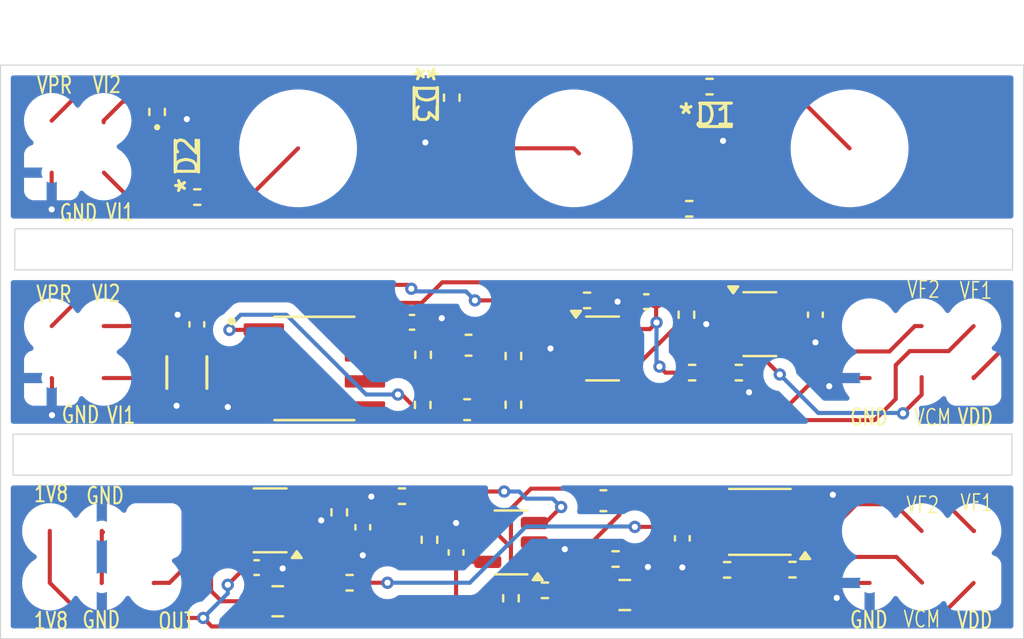
<source format=kicad_pcb>
(kicad_pcb (version 20240108) (generator "pcbnew") (generator_version "8.0")
  (layers (0 "F.Cu" jumper) (1 "In1.Cu" signal) (2 "In2.Cu" signal) (31 "B.Cu" jumper) (34 "B.Paste" user) (35 "F.Paste" user) (36 "B.SilkS" user "B.Silkscreen") (37 "F.SilkS" user "F.Silkscreen") (38 "B.Mask" user) (39 "F.Mask" user) (44 "Edge.Cuts" user))
  (net 0 "")
  (footprint "Capacitor_SMD:C_0402_1005Metric" (layer "F.Cu") (at 21.5622 24.659 -90)
    (property "Reference" "C12" (hide yes))
    (property "Value" "0.1uF" (hide yes))
  )
  (footprint "TLV8542DR:SOIC127P599X175-8N" (layer "F.Cu") (at 27.3022 26.814)
    (property "Reference" "U8" (hide yes))
    (property "Value" "TLV8542DR" (hide yes))
  )
  (footprint "Capacitor_SMD:C_0402_1005Metric" (layer "F.Cu") (at 29.66675 34.579 90)
    (property "Reference" "C9" (hide yes))
    (property "Value" "10nF" (hide yes))
  )
  (footprint "Resistor_SMD:R_0402_1005Metric" (layer "F.Cu") (at 32.6122 26.149 90)
    (property "Reference" "R7" (hide yes))
    (property "Value" "10M" (hide yes))
  )
  (footprint "Package_TO_SOT_SMD:SOT-23-5" (layer "F.Cu") (at 49.0572 24.649)
    (property "Reference" "U5" (hide yes))
    (property "Value" "LPV821DBVR" (hide yes))
  )
  (footprint "ESD5Z2.5T1G:SOD-523_0P9X1P3_ONS" (layer "F.Cu") (at 46.8923 14.419)
    (property "Reference" "D1")
    (property "Value" "ESD5Z2.5T1G")
  )
  (footprint "TPD2E001DRLR_footprints:DRL5-L" (layer "F.Cu") (at 21.072201 27.014699 -90)
    (property "Reference" "U7" (hide yes))
    (property "Value" "TPD2E001DRLR" (hide yes))
  )
  (footprint "ESD5Z2.5T1G:SOD-523_0P9X1P3_ONS" (layer "F.Cu") (at 21.0722 16.4389 90)
    (property "Reference" "D2")
    (property "Value" "ESD5Z2.5T1G")
  )
  (footprint "Resistor_SMD:R_0402_1005Metric" (layer "F.Cu") (at 19.6222 14.279 90)
    (property "Reference" "R4" (hide yes))
    (property "Value" "2.2k" (hide yes))
  )
  (footprint "Resistor_SMD:R_0402_1005Metric" (layer "F.Cu") (at 47.4622 36.659 180)
    (property "Reference" "R14" (hide yes))
    (property "Value" "100" (hide yes))
  )
  (footprint "Resistor_SMD:R_0402_1005Metric" (layer "F.Cu") (at 38.5622 37.659 180)
    (property "Reference" "R11" (hide yes))
    (property "Value" "150k" (hide yes))
  )
  (footprint "Capacitor_SMD:C_0402_1005Metric" (layer "F.Cu") (at 45.2722 35.119 -90)
    (property "Reference" "C25" (hide yes))
    (property "Value" "0.1uF" (hide yes))
  )
  (footprint "Resistor_SMD:R_0402_1005Metric" (layer "F.Cu") (at 31.5822 33.059 180)
    (property "Reference" "R34" (hide yes))
    (property "Value" "10k" (hide yes))
  )
  (footprint "Resistor_SMD:R_0402_1005Metric" (layer "F.Cu") (at 28.51675 33.849 90)
    (property "Reference" "R23" (hide yes))
    (property "Value" "27k" (hide yes))
  )
  (footprint "Resistor_SMD:R_0402_1005Metric" (layer "F.Cu") (at 50.6522 36.649)
    (property "Reference" "R13" (hide yes))
    (property "Value" "100" (hide yes))
  )
  (footprint "Resistor_SMD:R_0402_1005Metric" (layer "F.Cu") (at 45.7522 27.019)
    (property "Reference" "R31" (hide yes))
    (property "Value" "10k" (hide yes))
  )
  (footprint "Resistor_SMD:R_0402_1005Metric" (layer "F.Cu") (at 46.6022 13.039 180)
    (property "Reference" "R1" (hide yes))
    (property "Value" "10k" (hide yes))
  )
  (footprint "Resistor_SMD:R_0402_1005Metric" (layer "F.Cu") (at 37.0222 26.209 90)
    (property "Reference" "R9" (hide yes))
    (property "Value" "10M" (hide yes))
  )
  (footprint "Resistor_SMD:R_0402_1005Metric" (layer "F.Cu") (at 42.0122 36.129)
    (property "Reference" "R10" (hide yes))
    (property "Value" "150k" (hide yes))
  )
  (footprint "Package_TO_SOT_SMD:SOT-23-5" (layer "F.Cu") (at 36.9072 35.319 180)
    (property "Reference" "U3" (hide yes))
    (property "Value" "LPV821DBVR" (hide yes))
  )
  (footprint "ESD5Z2.5T1G:SOD-523_0P9X1P3_ONS" (layer "F.Cu") (at 32.7422 13.8591 -90)
    (property "Reference" "D3")
    (property "Value" "ESD5Z2.5T1G")
  )
  (footprint "Capacitor_SMD:C_0805_2012Metric" (layer "F.Cu") (at 25.5122 38.19385 180)
    (property "Reference" "C10" (hide yes))
    (property "Value" "22nF" (hide yes))
  )
  (footprint "Capacitor_SMD:C_0402_1005Metric" (layer "F.Cu") (at 43.5122 23.549 180)
    (property "Reference" "C21" (hide yes))
    (property "Value" "0.1uF" (hide yes))
  )
  (footprint "Package_TO_SOT_SMD:SOT-23-5" (layer "F.Cu") (at 25.14235 34.239 180)
    (property "Reference" "U1" (hide yes))
    (property "Value" "LPV821DBVR" (hide yes))
  )
  (footprint "BLM15AX102SN1D:IND_BLM15_1P05X0P55X0P55_MUR" (layer "F.Cu") (at 46.1121 16.59335 -90)
    (property "Reference" "L1" (hide yes))
    (property "Value" "L_Ferrite" (hide yes))
  )
  (footprint "Capacitor_SMD:C_0402_1005Metric" (layer "F.Cu") (at 34.2222 35.809 90)
    (property "Reference" "C24" (hide yes))
    (property "Value" "0.1uF" (hide yes))
  )
  (footprint "Resistor_SMD:R_0402_1005Metric" (layer "F.Cu") (at 21.5822 18.439 180)
    (property "Reference" "R2" (hide yes))
    (property "Value" "10k" (hide yes))
  )
  (footprint "Resistor_SMD:R_0402_1005Metric" (layer "F.Cu") (at 37.0222 28.589 90)
    (property "Reference" "R8" (hide yes))
    (property "Value" "10M" (hide yes))
  )
  (footprint "Resistor_SMD:R_0402_1005Metric" (layer "F.Cu") (at 45.6121 19.009 180)
    (property "Reference" "R3" (hide yes))
    (property "Value" "2.2k" (hide yes))
  )
  (footprint "Package_TO_SOT_SMD:SOT-23-5" (layer "F.Cu") (at 41.3772 25.839)
    (property "Reference" "U6" (hide yes))
    (property "Value" "LPV821DBVR" (hide yes))
  )
  (footprint "Capacitor_SMD:C_0603_1608Metric" (layer "F.Cu") (at 34.7622 28.829)
    (property "Reference" "C1" (hide yes))
    (property "Value" "470pF" (hide yes))
  )
  (footprint "BLM15AX102SN1D:IND_BLM15_1P05X0P55X0P55_MUR" (layer "F.Cu") (at 19.6222 16.739 -90)
    (property "Reference" "L2" (hide yes))
    (property "Value" "L_Ferrite" (hide yes))
  )
  (footprint "Resistor_SMD:R_0402_1005Metric" (layer "F.Cu") (at 32.9222 35.189 90)
    (property "Reference" "R33" (hide yes))
    (property "Value" "10k" (hide yes))
  )
  (footprint "Capacitor_SMD:C_0603_1608Metric" (layer "F.Cu") (at 34.8322 25.679)
    (property "Reference" "C2" (hide yes))
    (property "Value" "470pF" (hide yes))
  )
  (footprint "Resistor_SMD:R_0402_1005Metric" (layer "F.Cu") (at 34.0122 13.579 90)
    (property "Reference" "R5" (hide yes))
    (property "Value" "330R" (hide yes))
  )
  (footprint "Resistor_SMD:R_0402_1005Metric" (layer "F.Cu") (at 40.6222 23.489 180)
    (property "Reference" "R16" (hide yes))
    (property "Value" "12k" (hide yes))
  )
  (footprint "Capacitor_SMD:C_0402_1005Metric" (layer "F.Cu") (at 51.7722 24.189 -90)
    (property "Reference" "C22" (hide yes))
    (property "Value" "0.1uF" (hide yes))
  )
  (footprint "Resistor_SMD:R_0402_1005Metric" (layer "F.Cu") (at 32.5922 28.599 90)
    (property "Reference" "R6" (hide yes))
    (property "Value" "10M" (hide yes))
  )
  (footprint "Resistor_SMD:R_0402_1005Metric" (layer "F.Cu") (at 48.0322 27.019)
    (property "Reference" "R32" (hide yes))
    (property "Value" "10k" (hide yes))
  )
  (footprint "Resistor_SMD:R_0402_1005Metric" (layer "F.Cu") (at 29.0222 37.289 180)
    (property "Reference" "R22" (hide yes))
    (property "Value" "27k" (hide yes))
  )
  (footprint "Capacitor_SMD:C_0402_1005Metric" (layer "F.Cu") (at 32.0722 24.559 180)
    (property "Reference" "C20" (hide yes))
    (property "Value" "0.1uF" (hide yes))
  )
  (footprint "Capacitor_SMD:C_0402_1005Metric" (layer "F.Cu") (at 24.4822 36.549)
    (property "Reference" "C23" (hide yes))
    (property "Value" "0.1uF" (hide yes))
  )
  (footprint "Resistor_SMD:R_0402_1005Metric" (layer "F.Cu") (at 36.9022 38.049 -90)
    (property "Reference" "R12" (hide yes))
    (property "Value" "150k" (hide yes))
  )
  (footprint "Resistor_SMD:R_0402_1005Metric" (layer "F.Cu") (at 45.4722 24.189 -90)
    (property "Reference" "R15" (hide yes))
    (property "Value" "12k" (hide yes))
  )
  (footprint "Package_SO:VSSOP-8_3x3mm_P0.65mm" (layer "F.Cu") (at 49.0597 34.314 180)
    (property "Reference" "U2" (hide yes))
    (property "Value" "INA333xxDGK" (hide yes))
  )
  (footprint "Capacitor_SMD:C_0805_2012Metric" (layer "F.Cu") (at 42.4622 37.889)
    (property "Reference" "C4" (hide yes))
    (property "Value" "33nF" (hide yes))
  )
  (footprint "Capacitor_SMD:C_0603_1608Metric" (layer "F.Cu") (at 41.4172 33.279 180)
    (property "Reference" "C3" (hide yes))
    (property "Value" "6.8nF" (hide yes))
  )
  (gr_rect (start 12.6684 19.99) (end 61.4 21.9966) (stroke (width 0.05)) (fill none) (layer "Edge.Cuts"))
  (gr_rect (start 12.5854 30.023) (end 61.367 32.0296) (stroke (width 0.05)) (fill none) (layer "Edge.Cuts"))
  (gr_rect (start 11.9722 11.989) (end 61.9436 40.0256) (stroke (width 0.05)) (fill none) (layer "Edge.Cuts"))
  (gr_text "VPR" (at 13.6922 13.449 0) (layer "F.SilkS") (effects (font (size 0.8 0.6) (thickness 0.1)) (justify left bottom)))
  (gr_text "VI1" (at 17.0622 19.639 0) (layer "F.SilkS") (effects (font (size 0.8 0.6) (thickness 0.1)) (justify left bottom)))
  (gr_text "VF2" (at 56.1622 33.959 0) (layer "F.SilkS") (effects (font (size 0.8 0.6) (thickness 0.075)) (justify left bottom)))
  (gr_text "1V8" (at 13.5522 33.409 0) (layer "F.SilkS") (effects (font (size 0.8 0.6) (thickness 0.1)) (justify left bottom)))
  (gr_text "GND" (at 53.4022 29.669 0) (layer "F.SilkS") (effects (font (size 0.8 0.6) (thickness 0.1)) (justify left bottom)))
  (gr_text "VI2" (at 16.4122 13.409 0) (layer "F.SilkS") (effects (font (size 0.8 0.6) (thickness 0.1)) (justify left bottom)))
  (gr_text "VCM" (at 56.5522 29.679 0) (layer "F.SilkS") (effects (font (size 0.8 0.6) (thickness 0.075)) (justify left bottom)))
  (gr_text "GND" (at 16.1022 33.509 0) (layer "F.SilkS") (effects (font (size 0.8 0.6) (thickness 0.1)) (justify left bottom)))
  (gr_text "VI1" (at 17.1122 29.569 0) (layer "F.SilkS") (effects (font (size 0.8 0.6) (thickness 0.1)) (justify left bottom)))
  (gr_text "GND" (at 14.9022 29.549 0) (layer "F.SilkS") (effects (font (size 0.8 0.6) (thickness 0.1)) (justify left bottom)))
  (gr_text "VF2" (at 56.2022 23.429 0) (layer "F.SilkS") (effects (font (size 0.8 0.6) (thickness 0.075)) (justify left bottom)))
  (gr_text "GND" (at 53.4022 39.569 0) (layer "F.SilkS") (effects (font (size 0.8 0.6) (thickness 0.1)) (justify left bottom)))
  (gr_text "VDD" (at 58.6622 29.659 0) (layer "F.SilkS") (effects (font (size 0.8 0.6) (thickness 0.1)) (justify left bottom)))
  (gr_text "OUT" (at 19.6222 39.639 0) (layer "F.SilkS") (effects (font (size 0.8 0.6) (thickness 0.1)) (justify left bottom)))
  (gr_text "VPR" (at 13.6622 23.659 0) (layer "F.SilkS") (effects (font (size 0.8 0.6) (thickness 0.1)) (justify left bottom)))
  (gr_text "VCM" (at 56.0222 39.539 0) (layer "F.SilkS") (effects (font (size 0.8 0.6) (thickness 0.075)) (justify left bottom)))
  (gr_text "GND" (at 14.8022 19.679 0) (layer "F.SilkS") (effects (font (size 0.8 0.6) (thickness 0.1)) (justify left bottom)))
  (gr_text "VF1" (at 58.8022 33.849 0) (layer "F.SilkS") (effects (font (size 0.8 0.6) (thickness 0.075)) (justify left bottom)))
  (gr_text "VF1" (at 58.7622 23.479 0) (layer "F.SilkS") (effects (font (size 0.8 0.6) (thickness 0.075)) (justify left bottom)))
  (gr_text "GND" (at 15.9122 39.569 0) (layer "F.SilkS") (effects (font (size 0.8 0.6) (thickness 0.1)) (justify left bottom)))
  (gr_text "1V8" (at 13.5422 39.619 0) (layer "F.SilkS") (effects (font (size 0.8 0.6) (thickness 0.1)) (justify left bottom)))
  (gr_text "VI2" (at 16.3822 23.619 0) (layer "F.SilkS") (effects (font (size 0.8 0.6) (thickness 0.1)) (justify left bottom)))
  (gr_text "VDD" (at 58.6322 39.589 0) (layer "F.SilkS") (effects (font (size 0.8 0.6) (thickness 0.1)) (justify left bottom)))
  (segment (start 28.46675 33.289) (end 26.27985 33.289) (width 0.2) (layer "F.Cu") (net 0))
  (segment (start 51.1722 36.639) (end 51.1622 36.649) (width 0.2) (layer "F.Cu") (net 0))
  (segment (start 51.5322 35.289) (end 51.6222 35.379) (width 0.2) (layer "F.Cu") (net 0))
  (segment (start 41.4022 23.759) (end 41.1322 23.489) (width 0.2) (layer "F.Cu") (net 0))
  (segment (start 44.2022 34.559) (end 44.2122 34.549) (width 0.2) (layer "F.Cu") (net 0))
  (segment (start 25.90485 35.189) (end 24.00485 33.289) (width 0.2) (layer "F.Cu") (net 0))
  (segment (start 56.6276 24.7436) (end 56.9602 24.7436) (width 0.2) (layer "F.Cu") (net 0))
  (segment (start 42.5222 36.129) (end 42.6322 36.129) (width 0.2) (layer "F.Cu") (net 0))
  (segment (start 14.4858 29.098) (end 14.4858 27.2984) (width 0.2) (layer "F.Cu") (net 0))
  (segment (start 19.6222 13.769) (end 17.946 13.769) (width 0.2) (layer "F.Cu") (net 0))
  (segment (start 51.1722 33.339) (end 52.2722 33.339) (width 0.2) (layer "F.Cu") (net 0))
  (segment (start 39.5322 35.649) (end 39.2022 35.319) (width 0.2) (layer "F.Cu") (net 0))
  (segment (start 52.4467 27.6835) (end 52.8466 27.2836) (width 0.2) (layer "F.Cu") (net 0))
  (segment (start 34.2622 25.659) (end 34.2422 25.639) (width 0.2) (layer "F.Cu") (net 0))
  (segment (start 32.9222 33.759) (end 32.9222 33.749) (width 0.2) (layer "F.Cu") (net 0))
  (segment (start 31.5722 28.089) (end 32.5922 29.109) (width 0.2) (layer "F.Cu") (net 0))
  (segment (start 20.572202 26.179002) (end 20.572202 26.190398) (width 0.2) (layer "F.Cu") (net 0))
  (segment (start 36.9022 38.559) (end 39.8022 38.559) (width 0.2) (layer "F.Cu") (net 0))
  (segment (start 46.1121 14.4389) (end 46.0922 14.419) (width 0.2) (layer "F.Cu") (net 0))
  (segment (start 27.4822 28.719) (end 29.7722 28.719) (width 0.2) (layer "F.Cu") (net 0))
  (segment (start 22.7622 38.19385) (end 24.5622 38.19385) (width 0.2) (layer "F.Cu") (net 0))
  (segment (start 44.0122 23.509) (end 43.9622 23.459) (width 0.2) (layer "F.Cu") (net 0))
  (segment (start 32.5222 12.839) (end 16.336 12.839) (width 0.2) (layer "F.Cu") (net 0))
  (segment (start 32.9222 33.749) (end 33.8416 32.8296) (width 0.2) (layer "F.Cu") (net 0))
  (segment (start 44.4522 27.019) (end 45.2422 27.019) (width 0.2) (layer "F.Cu") (net 0))
  (segment (start 20.572202 26.190398) (end 20.572202 26.568999) (width 0.2) (layer "F.Cu") (net 0))
  (segment (start 45.4722 23.679) (end 45.4922 23.699) (width 0.2) (layer "F.Cu") (net 0))
  (segment (start 51.7722 25.539) (end 51.7722 24.669) (width 0.2) (layer "F.Cu") (net 0))
  (segment (start 42.5147 26.789) (end 41.4022 25.6765) (width 0.2) (layer "F.Cu") (net 0))
  (segment (start 34.2622 39.4256) (end 34.2222 39.4256) (width 0.2) (layer "F.Cu") (net 0))
  (segment (start 47.9722 36.659) (end 47.9822 36.649) (width 0.2) (layer "F.Cu") (net 0))
  (segment (start 27.60735 38.19385) (end 28.5122 37.289) (width 0.2) (layer "F.Cu") (net 0))
  (segment (start 22.254625 37.686275) (end 22.7622 38.19385) (width 0.2) (layer "F.Cu") (net 0))
  (segment (start 53.068 37.2984) (end 54.4202 37.2984) (width 0.2) (layer "F.Cu") (net 0))
  (segment (start 32.2222 33.059) (end 32.0922 33.059) (width 0.2) (layer "F.Cu") (net 0))
  (segment (start 39.9022 36.269) (end 38.0447 36.269) (width 0.2) (layer "F.Cu") (net 0))
  (segment (start 23.0122 23.665134) (end 21.5622 25.115134) (width 0.2) (layer "F.Cu") (net 0))
  (segment (start 28.51675 33.339) (end 28.46675 33.289) (width 0.2) (layer "F.Cu") (net 0))
  (segment (start 23.847201 27.449) (end 24.8322 27.449) (width 0.2) (layer "F.Cu") (net 0))
  (segment (start 46.4422 24.649) (end 47.9197 24.649) (width 0.2) (layer "F.Cu") (net 0))
  (segment (start 30.9622 23.609) (end 30.6522 23.299) (width 0.2) (layer "F.Cu") (net 0))
  (segment (start 58.276 25.9678) (end 59.5002 24.7436) (width 0.2) (layer "F.Cu") (net 0))
  (segment (start 17.946 13.769) (end 17.011 14.704) (width 0.2) (layer "F.Cu") (net 0))
  (segment (start 23.107201 26.709) (end 23.847201 27.449) (width 0.2) (layer "F.Cu") (net 0))
  (segment (start 60.4174 22.619) (end 44.0022 22.619) (width 0.2) (layer "F.Cu") (net 0))
  (segment (start 50.0322 27.109) (end 48.5222 25.599) (width 0.2) (layer "F.Cu") (net 0))
  (segment (start 16.0948 39.009) (end 21.8722 39.009) (width 0.2) (layer "F.Cu") (net 0))
  (segment (start 44.7722 33.989) (end 46.9472 33.989) (width 0.2) (layer "F.Cu") (net 0))
  (segment (start 41.2997 27.849) (end 40.2397 26.789) (width 0.2) (layer "F.Cu") (net 0))
  (segment (start 44.0122 24.569) (end 43.6922 24.889) (width 0.2) (layer "F.Cu") (net 0))
  (segment (start 32.7422 13.059) (end 32.5222 12.839) (width 0.2) (layer "F.Cu") (net 0))
  (segment (start 21.8722 39.009) (end 22.2888 39.4256) (width 0.2) (layer "F.Cu") (net 0))
  (segment (start 46.0922 14.419) (end 46.0922 13.039) (width 0.2) (layer "F.Cu") (net 0))
  (segment (start 33.5022 28.829) (end 33.9872 28.829) (width 0.2) (layer "F.Cu") (net 0))
  (segment (start 42.9522 34.559) (end 44.2022 34.559) (width 0.2) (layer "F.Cu") (net 0))
  (segment (start 44.8323 19.2788) (end 19.057 19.2788) (width 0.2) (layer "F.Cu") (net 0))
  (segment (start 59.521 34.7584) (end 59.5002 34.7584) (width 0.2) (layer "F.Cu") (net 0))
  (segment (start 32.6122 25.639) (end 32.5222 25.639) (width 0.2) (layer "F.Cu") (net 0))
  (segment (start 43.2722 22.606) (end 33.5452 22.606) (width 0.2) (layer "F.Cu") (net 0))
  (segment (start 31.3822 28.089) (end 31.5722 28.089) (width 0.2) (layer "F.Cu") (net 0))
  (segment (start 55.7266 36.029) (end 53.4422 36.029) (width 0.2) (layer "F.Cu") (net 0))
  (segment (start 22.254625 35.261425) (end 22.254625 37.686275) (width 0.2) (layer "F.Cu") (net 0))
  (segment (start 51.7722 23.709) (end 51.7722 22.619) (width 0.2) (layer "F.Cu") (net 0))
  (segment (start 46.8822 27.019) (end 46.8822 27.579) (width 0.2) (layer "F.Cu") (net 0))
  (segment (start 40.2397 23.6165) (end 40.2397 24.889) (width 0.2) (layer "F.Cu") (net 0))
  (segment (start 32.7422 13.059) (end 34.0122 13.059) (width 0.2) (layer "F.Cu") (net 0))
  (segment (start 36.8122 37.539) (end 36.8022 37.549) (width 0.2) (layer "F.Cu") (net 0))
  (segment (start 53.4422 36.029) (end 51.7622 37.709) (width 0.2) (layer "F.Cu") (net 0))
  (segment (start 59.5002 27.2384) (end 59.5002 27.2836) (width 0.2) (layer "F.Cu") (net 0))
  (segment (start 46.1121 18.999) (end 46.1221 19.009) (width 0.2) (layer "F.Cu") (net 0))
  (segment (start 47.2472 33.279) (end 47.3072 33.339) (width 0.2) (layer "F.Cu") (net 0))
  (segment (start 35.6072 25.679) (end 37.0022 25.679) (width 0.2) (layer "F.Cu") (net 0))
  (segment (start 50.1947 23.699) (end 51.6422 23.699) (width 0.2) (layer "F.Cu") (net 0))
  (segment (start 37.0222 29.099) (end 37.263 29.3398) (width 0.2) (layer "F.Cu") (net 0))
  (segment (start 35.9794 16.0562) (end 34.0122 14.089) (width 0.2) (layer "F.Cu") (net 0))
  (segment (start 24.968525 34.252675) (end 23.263375 34.252675) (width 0.2) (layer "F.Cu") (net 0))
  (segment (start 28.5122 35.42385) (end 28.51675 35.4193) (width 0.2) (layer "F.Cu") (net 0))
  (segment (start 17.011 27.2836) (end 21.0168 27.2836) (width 0.2) (layer "F.Cu") (net 0))
  (segment (start 20.6322 24.179) (end 21.5622 24.179) (width 0.2) (layer "F.Cu") (net 0))
  (segment (start 43.2852 22.619) (end 43.2722 22.606) (width 0.2) (layer "F.Cu") (net 0))
  (segment (start 43.2722 22.606) (end 43.2822 22.616) (width 0.2) (layer "F.Cu") (net 0))
  (segment (start 22.2888 39.4256) (end 35.6522 39.4256) (width 0.2) (layer "F.Cu") (net 0))
  (segment (start 52.4722 33.989) (end 53.568 32.8932) (width 0.2) (layer "F.Cu") (net 0))
  (segment (start 52.8466 27.2836) (end 54.4202 27.2836) (width 0.2) (layer "F.Cu") (net 0))
  (segment (start 59.5002 27.2836) (end 61.044 25.7398) (width 0.2) (layer "F.Cu") (net 0))
  (segment (start 45.1021 19.009) (end 44.8323 19.2788) (width 0.2) (layer "F.Cu") (net 0))
  (segment (start 57.373 39.4256) (end 59.5002 37.2984) (width 0.2) (layer "F.Cu") (net 0))
  (segment (start 14.3796 37.2938) (end 14.3796 34.7538) (width 0.2) (layer "F.Cu") (net 0))
  (segment (start 36.9022 37.539) (end 36.8122 37.539) (width 0.2) (layer "F.Cu") (net 0))
  (segment (start 24.8322 24.909) (end 24.8322 26.179) (width 0.2) (layer "F.Cu") (net 0))
  (segment (start 16.9094 37.304) (end 16.9196 37.2938) (width 0.2) (layer "F.Cu") (net 0))
  (segment (start 40.0522 32.689) (end 40.6422 33.279) (width 0.2) (layer "F.Cu") (net 0))
  (segment (start 46.9472 35.289) (end 46.9472 36.654) (width 0.2) (layer "F.Cu") (net 0))
  (segment (start 45.2722 36.539) (end 45.2722 35.599) (width 0.2) (layer "F.Cu") (net 0))
  (segment (start 51.1722 33.989) (end 52.4722 33.989) (width 0.2) (layer "F.Cu") (net 0))
  (segment (start 21.0722 17.239) (end 19.6308 17.239) (width 0.2) (layer "F.Cu") (net 0))
  (segment (start 36.5722 32.8296) (end 36.5716 32.829) (width 0.2) (layer "F.Cu") (net 0))
  (segment (start 23.263375 34.252675) (end 20.22225 37.2938) (width 0.2) (layer "F.Cu") (net 0))
  (segment (start 32.6022 27.359) (end 37.0122 27.359) (width 0.2) (layer "F.Cu") (net 0))
  (segment (start 21.0722 15.6388) (end 21.0722 14.629) (width 0.2) (layer "F.Cu") (net 0))
  (segment (start 24.8122 28.699) (end 24.8322 28.719) (width 0.2) (layer "F.Cu") (net 0))
  (segment (start 55.6952 28.306) (end 55.6952 26.6517) (width 0.2) (layer "F.Cu") (net 0))
  (segment (start 19.057 19.2788) (end 17.0222 17.244) (width 0.2) (layer "F.Cu") (net 0))
  (segment (start 52.5922 34.639) (end 51.1722 34.639) (width 0.2) (layer "F.Cu") (net 0))
  (segment (start 39.3522 33.589) (end 38.5722 34.369) (width 0.2) (layer "F.Cu") (net 0))
  (segment (start 30.8722 37.289) (end 29.5322 37.289) (width 0.2) (layer "F.Cu") (net 0))
  (segment (start 26.8522 28.089) (end 27.4822 28.719) (width 0.2) (layer "F.Cu") (net 0))
  (segment (start 57.635 32.8932) (end 59.5002 34.7584) (width 0.2) (layer "F.Cu") (net 0))
  (segment (start 37.8822 32.689) (end 40.0522 32.689) (width 0.2) (layer "F.Cu") (net 0))
  (segment (start 21.0168 27.2836) (end 21.5722 27.839) (width 0.2) (layer "F.Cu") (net 0))
  (segment (start 40.2922 38.069) (end 40.2922 37.029) (width 0.2) (layer "F.Cu") (net 0))
  (segment (start 35.5422 25.589) (end 35.6422 25.489) (width 0.2) (layer "F.Cu") (net 0))
  (segment (start 46.2622 27.019) (end 47.5222 27.019) (width 0.2) (layer "F.Cu") (net 0))
  (segment (start 42.1922 33.979) (end 39.9022 36.269) (width 0.2) (layer "F.Cu") (net 0))
  (segment (start 24.0022 35.19165) (end 24.00485 35.189) (width 0.2) (layer "F.Cu") (net 0))
  (segment (start 18.1714 24.739) (end 19.1322 24.739) (width 0.2) (layer "F.Cu") (net 0))
  (segment (start 16.9196 37.2938) (end 16.9196 34.7538) (width 0.2) (layer "F.Cu") (net 0))
  (segment (start 33.5122 36.289) (end 32.9222 35.699) (width 0.2) (layer "F.Cu") (net 0))
  (segment (start 56.9602 28.101) (end 56.9602 27.2384) (width 0.2) (layer "F.Cu") (net 0))
  (segment (start 32.6522 25.679) (end 34.0572 25.679) (width 0.2) (layer "F.Cu") (net 0))
  (segment (start 31.0722 33.059) (end 30.1022 33.059) (width 0.2) (layer "F.Cu") (net 0))
  (segment (start 14.4858 27.2984) (end 14.471 27.2836) (width 0.2) (layer "F.Cu") (net 0))
  (segment (start 44.0122 24.569) (end 43.9922 24.549) (width 0.2) (layer "F.Cu") (net 0))
  (segment (start 37.0222 28.079) (end 37.0222 26.719) (width 0.2) (layer "F.Cu") (net 0))
  (segment (start 41.4022 25.6765) (end 41.4022 23.759) (width 0.2) (layer "F.Cu") (net 0))
  (segment (start 38.0447 36.269) (end 38.0447 37.6515) (width 0.2) (layer "F.Cu") (net 0))
  (segment (start 46.1121 16.07245) (end 46.112 16.07255) (width 0.2) (layer "F.Cu") (net 0))
  (segment (start 20.572202 26.568999) (end 20.712203 26.709) (width 0.2) (layer "F.Cu") (net 0))
  (segment (start 33.8416 32.8296) (end 36.5722 32.8296) (width 0.2) (layer "F.Cu") (net 0))
  (segment (start 56.0522 29.009) (end 56.9602 28.101) (width 0.2) (layer "F.Cu") (net 0))
  (segment (start 31.8472 22.729) (end 16.4856 22.729) (width 0.2) (layer "F.Cu") (net 0))
  (segment (start 31.2422 24.909) (end 29.7722 24.909) (width 0.2) (layer "F.Cu") (net 0))
  (segment (start 33.2222 29.109) (end 33.5022 28.829) (width 0.2) (layer "F.Cu") (net 0))
  (segment (start 48.2947 23.699) (end 50.1947 25.599) (width 0.2) (layer "F.Cu") (net 0))
  (segment (start 33.5222 24.359) (end 33.3222 24.559) (width 0.2) (layer "F.Cu") (net 0))
  (segment (start 47.9822 36.649) (end 50.1422 36.649) (width 0.2) (layer "F.Cu") (net 0))
  (segment (start 21.5722 27.839) (end 21.8222 28.089) (width 0.2) (layer "F.Cu") (net 0))
  (segment (start 24.121 18.439) (end 22.0922 18.439) (width 0.2) (layer "F.Cu") (net 0))
  (segment (start 32.9222 34.679) (end 32.9222 33.759) (width 0.2) (layer "F.Cu") (net 0))
  (segment (start 32.7222 15.769) (end 32.7222 14.6792) (width 0.2) (layer "F.Cu") (net 0))
  (segment (start 47.6924 15.2588) (end 47.6924 14.419) (width 0.2) (layer "F.Cu") (net 0))
  (segment (start 50.2047 23.689) (end 50.1947 23.699) (width 0.2) (layer "F.Cu") (net 0))
  (segment (start 35.7697 36.269) (end 34.3222 36.269) (width 0.2) (layer "F.Cu") (net 0))
  (segment (start 52.8122 37.5542) (end 53.068 37.2984) (width 0.2) (layer "F.Cu") (net 0))
  (segment (start 49.0222 37.079) (end 49.0222 36.649) (width 0.2) (layer "F.Cu") (net 0))
  (segment (start 20.572202 28.138998) (end 20.572202 27.839) (width 0.2) (layer "F.Cu") (net 0))
  (segment (start 56.9602 34.7584) (end 55.6538 33.452) (width 0.2) (layer "F.Cu") (net 0))
  (segment (start 50.3422 28.729) (end 53.0868 25.9844) (width 0.2) (layer "F.Cu") (net 0))
  (segment (start 26.4622 38.19385) (end 27.60735 38.19385) (width 0.2) (layer "F.Cu") (net 0))
  (segment (start 37.0022 25.679) (end 37.0222 25.699) (width 0.2) (layer "F.Cu") (net 0))
  (segment (start 32.7222 14.6792) (end 32.7422 14.6592) (width 0.2) (layer "F.Cu") (net 0))
  (segment (start 35.7697 34.4365) (end 35.7697 34.369) (width 0.2) (layer "F.Cu") (net 0))
  (segment (start 48.5322 27.229) (end 48.5322 27.979) (width 0.2) (layer "F.Cu") (net 0))
  (segment (start 40.0522 28.729) (end 50.3422 28.729) (width 0.2) (layer "F.Cu") (net 0))
  (segment (start 56.3791 25.9678) (end 58.276 25.9678) (width 0.2) (layer "F.Cu") (net 0))
  (segment (start 18.1668 24.7436) (end 18.1714 24.739) (width 0.2) (layer "F.Cu") (net 0))
  (segment (start 50.3222 23.689) (end 50.2047 23.689) (width 0.2) (layer "F.Cu") (net 0))
  (segment (start 41.1922 36.129) (end 41.5022 36.129) (width 0.2) (layer "F.Cu") (net 0))
  (segment (start 44.5222 35.389) (end 45.2722 34.639) (width 0.2) (layer "F.Cu") (net 0))
  (segment (start 35.6522 39.4256) (end 44.5222 39.4256) (width 0.2) (layer "F.Cu") (net 0))
  (segment (start 32.9222 33.759) (end 32.2222 33.059) (width 0.2) (layer "F.Cu") (net 0))
  (segment (start 23.378334 23.299) (end 23.0122 23.665134) (width 0.2) (layer "F.Cu") (net 0))
  (segment (start 26.5038 16.0562) (end 24.121 18.439) (width 0.2) (layer "F.Cu") (net 0))
  (segment (start 19.6222 16.2183) (end 19.6222 14.789) (width 0.2) (layer "F.Cu") (net 0))
  (segment (start 46.1121 16.07265) (end 46.1121 14.4389) (width 0.2) (layer "F.Cu") (net 0))
  (segment (start 19.4596 37.3088) (end 19.4746 37.2938) (width 0.2) (layer "F.Cu") (net 0))
  (segment (start 47.1122 13.039) (end 47.1022 13.049) (width 0.2) (layer "F.Cu") (net 0))
  (segment (start 46.8822 27.579) (end 46.6122 27.849) (width 0.2) (layer "F.Cu") (net 0))
  (segment (start 32.9222 34.679) (end 32.7922 34.679) (width 0.2) (layer "F.Cu") (net 0))
  (segment (start 56.981 37.2834) (end 55.7266 36.029) (width 0.2) (layer "F.Cu") (net 0))
  (segment (start 37.0222 25.699) (end 40.0522 28.729) (width 0.2) (layer "F.Cu") (net 0))
  (segment (start 42.6322 36.129) (end 44.7722 33.989) (width 0.2) (layer "F.Cu") (net 0))
  (segment (start 46.1121 14.4589) (end 46.0822 14.429) (width 0.2) (layer "F.Cu") (net 0))
  (segment (start 14.471 19.039) (end 14.471 17.244) (width 0.2) (layer "F.Cu") (net 0))
  (segment (start 44.5222 39.4256) (end 44.5222 35.389) (width 0.2) (layer "F.Cu") (net 0))
  (segment (start 21.0722 18.439) (end 21.0722 17.239) (width 0.2) (layer "F.Cu") (net 0))
  (segment (start 40.2922 37.029) (end 41.1922 36.129) (width 0.2) (layer "F.Cu") (net 0))
  (segment (start 19.6308 17.239) (end 19.6222 17.2304) (width 0.2) (layer "F.Cu") (net 0))
  (segment (start 61.044 25.7398) (end 61.044 23.2456) (width 0.2) (layer "F.Cu") (net 0))
  (segment (start 26.27985 35.189) (end 25.90485 35.189) (width 0.2) (layer "F.Cu") (net 0))
  (segment (start 44.0022 23.539) (end 44.0022 22.619) (width 0.2) (layer "F.Cu") (net 0))
  (segment (start 40.1122 23.489) (end 40.2397 23.6165) (width 0.2) (layer "F.Cu") (net 0))
  (segment (start 20.5722 28.139) (end 20.572202 28.138998) (width 0.2) (layer "F.Cu") (net 0))
  (segment (start 45.4922 23.699) (end 48.2947 23.699) (width 0.2) (layer "F.Cu") (net 0))
  (segment (start 19.1322 24.739) (end 20.572202 26.179002) (width 0.2) (layer "F.Cu") (net 0))
  (segment (start 54.6614 29.3398) (end 55.6952 28.306) (width 0.2) (layer "F.Cu") (net 0))
  (segment (start 43.6922 24.889) (end 42.5147 24.889) (width 0.2) (layer "F.Cu") (net 0))
  (segment (start 51.7622 37.709) (end 49.6522 37.709) (width 0.2) (layer "F.Cu") (net 0))
  (segment (start 17.011 14.704) (end 17.011 14.783) (width 0.2) (layer "F.Cu") (net 0))
  (segment (start 36.9022 33.669) (end 37.8822 32.689) (width 0.2) (layer "F.Cu") (net 0))
  (segment (start 43.5922 37.709) (end 43.4122 37.889) (width 0.2) (layer "F.Cu") (net 0))
  (segment (start 26.27985 34.239) (end 27.63675 34.239) (width 0.2) (layer "F.Cu") (net 0))
  (segment (start 38.5722 34.369) (end 38.0447 34.369) (width 0.2) (layer "F.Cu") (net 0))
  (segment (start 40.2234 16.307) (end 39.9726 16.0562) (width 0.2) (layer "F.Cu") (net 0))
  (segment (start 35.4422 28.779) (end 36.7022 28.779) (width 0.2) (layer "F.Cu") (net 0))
  (segment (start 32.6122 25.639) (end 32.6522 25.679) (width 0.2) (layer "F.Cu") (net 0))
  (segment (start 36.7022 28.779) (end 37.0222 29.099) (width 0.2) (layer "F.Cu") (net 0))
  (segment (start 31.5922 24.559) (end 31.2422 24.909) (width 0.2) (layer "F.Cu") (net 0))
  (segment (start 55.3868 25.9844) (end 56.6276 24.7436) (width 0.2) (layer "F.Cu") (net 0))
  (segment (start 53.7792 33.452) (end 52.5922 34.639) (width 0.2) (layer "F.Cu") (net 0))
  (segment (start 45.4722 24.699) (end 45.3722 24.699) (width 0.2) (layer "F.Cu") (net 0))
  (segment (start 42.1922 33.279) (end 46.8872 33.279) (width 0.2) (layer "F.Cu") (net 0))
  (segment (start 43.9922 23.549) (end 44.0022 23.539) (width 0.2) (layer "F.Cu") (net 0))
  (segment (start 38.0447 37.6515) (end 38.0522 37.659) (width 0.2) (layer "F.Cu") (net 0))
  (segment (start 44.0022 22.619) (end 43.2852 22.619) (width 0.2) (layer "F.Cu") (net 0))
  (segment (start 42.1122 23.549) (end 43.0322 23.549) (width 0.2) (layer "F.Cu") (net 0))
  (segment (start 53.0868 25.9844) (end 55.3868 25.9844) (width 0.2) (layer "F.Cu") (net 0))
  (segment (start 46.8872 33.279) (end 46.9472 33.339) (width 0.2) (layer "F.Cu") (net 0))
  (segment (start 35.1422 23.489) (end 40.1122 23.489) (width 0.2) (layer "F.Cu") (net 0))
  (segment (start 32.6022 26.669) (end 32.6122 26.659) (width 0.2) (layer "F.Cu") (net 0))
  (segment (start 34.0122 13.059) (end 34.0322 13.039) (width 0.2) (layer "F.Cu") (net 0))
  (segment (start 49.6522 37.709) (end 49.0222 37.079) (width 0.2) (layer "F.Cu") (net 0))
  (segment (start 23.0722 28.699) (end 24.8122 28.699) (width 0.2) (layer "F.Cu") (net 0))
  (segment (start 30.1022 33.059) (end 30.0822 33.079) (width 0.2) (layer "F.Cu") (net 0))
  (segment (start 23.9122 36.549) (end 24.0022 36.549) (width 0.2) (layer "F.Cu") (net 0))
  (segment (start 21.5622 25.115134) (end 21.5622 25.139) (width 0.2) (layer "F.Cu") (net 0))
  (segment (start 39.0722 37.659) (end 41.2822 37.659) (width 0.2) (layer "F.Cu") (net 0))
  (segment (start 51.1722 35.289) (end 51.1722 36.639) (width 0.2) (layer "F.Cu") (net 0))
  (segment (start 30.6522 23.299) (end 23.378334 23.299) (width 0.2) (layer "F.Cu") (net 0))
  (segment (start 39.2022 35.319) (end 38.0447 35.319) (width 0.2) (layer "F.Cu") (net 0))
  (segment (start 21.5622 26.180398) (end 21.5722 26.190398) (width 0.2) (layer "F.Cu") (net 0))
  (segment (start 39.9726 16.0562) (end 35.9794 16.0562) (width 0.2) (layer "F.Cu") (net 0))
  (segment (start 29.7722 27.378314) (end 29.807543 27.413657) (width 0.2) (layer "F.Cu") (net 0))
  (segment (start 34.2222 39.4256) (end 34.2222 36.289) (width 0.2) (layer "F.Cu") (net 0))
  (segment (start 32.0372 22.919) (end 31.8472 22.729) (width 0.2) (layer "F.Cu") (net 0))
  (segment (start 32.4922 23.609) (end 30.9622 23.609) (width 0.2) (layer "F.Cu") (net 0))
  (segment (start 43.5922 36.519) (end 43.5922 37.709) (width 0.2) (layer "F.Cu") (net 0))
  (segment (start 21.5622 25.139) (end 21.5622 26.180398) (width 0.2) (layer "F.Cu") (net 0))
  (segment (start 36.9022 35.569) (end 35.7697 34.4365) (width 0.2) (layer "F.Cu") (net 0))
  (segment (start 28.51675 35.4193) (end 28.51675 34.359) (width 0.2) (layer "F.Cu") (net 0))
  (segment (start 42.1922 33.279) (end 42.1922 33.979) (width 0.2) (layer "F.Cu") (net 0))
  (segment (start 40.2397 25.839) (end 38.8322 25.839) (width 0.2) (layer "F.Cu") (net 0))
  (segment (start 21.8222 28.089) (end 26.8522 28.089) (width 0.2) (layer "F.Cu") (net 0))
  (segment (start 52.8122 38.029) (end 52.8122 37.5542) (width 0.2) (layer "F.Cu") (net 0))
  (segment (start 48.5222 25.599) (end 47.9197 25.599) (width 0.2) (layer "F.Cu") (net 0))
  (segment (start 20.5722 28.639) (end 20.5722 28.139) (width 0.2) (layer "F.Cu") (net 0))
  (segment (start 33.5452 22.606) (end 31.5922 24.559) (width 0.2) (layer "F.Cu") (net 0))
  (segment (start 25.7122 36.549) (end 24.9622 36.549) (width 0.2) (layer "F.Cu") (net 0))
  (segment (start 44.5222 39.4256) (end 57.373 39.4256) (width 0.2) (layer "F.Cu") (net 0))
  (segment (start 53.4414 16.0562) (end 50.4242 13.039) (width 0.2) (layer "F.Cu") (net 0))
  (segment (start 14.3796 37.2938) (end 16.0948 39.009) (width 0.2) (layer "F.Cu") (net 0))
  (segment (start 46.1121 17.11405) (end 46.1121 18.999) (width 0.2) (layer "F.Cu") (net 0))
  (segment (start 29.66675 35.949) (end 29.66675 35.059) (width 0.2) (layer "F.Cu") (net 0))
  (segment (start 45.2722 34.639) (end 46.9472 34.639) (width 0.2) (layer "F.Cu") (net 0))
  (segment (start 36.9022 37.539) (end 36.9022 33.669) (width 0.2) (layer "F.Cu") (net 0))
  (segment (start 29.66675 34.099) (end 28.90675 33.339) (width 0.2) (layer "F.Cu") (net 0))
  (segment (start 28.5122 37.289) (end 28.5122 35.42385) (width 0.2) (layer "F.Cu") (net 0))
  (segment (start 55.6952 26.6517) (end 56.3791 25.9678) (width 0.2) (layer "F.Cu") (net 0))
  (segment (start 32.6022 27.969) (end 32.6022 26.669) (width 0.2) (layer "F.Cu") (net 0))
  (segment (start 34.2222 34.369) (end 34.2222 35.329) (width 0.2) (layer "F.Cu") (net 0))
  (segment (start 42.9422 26.789) (end 42.5147 26.789) (width 0.2) (layer "F.Cu") (net 0))
  (segment (start 24.0022 36.549) (end 24.0022 35.19165) (width 0.2) (layer "F.Cu") (net 0))
  (segment (start 31.9822 26.179) (end 29.7722 26.179) (width 0.2) (layer "F.Cu") (net 0))
  (segment (start 20.712203 26.709) (end 23.107201 26.709) (width 0.2) (layer "F.Cu") (net 0))
  (segment (start 23.0722 37.389) (end 23.9122 36.549) (width 0.2) (layer "F.Cu") (net 0))
  (segment (start 46.9472 36.654) (end 46.9522 36.659) (width 0.2) (layer "F.Cu") (net 0))
  (segment (start 34.2222 36.289) (end 33.5122 36.289) (width 0.2) (layer "F.Cu") (net 0))
  (segment (start 32.5222 25.639) (end 31.9822 26.179) (width 0.2) (layer "F.Cu") (net 0))
  (segment (start 33.3222 24.559) (end 32.5522 24.559) (width 0.2) (layer "F.Cu") (net 0))
  (segment (start 43.9922 24.549) (end 43.9922 23.549) (width 0.2) (layer "F.Cu") (net 0))
  (segment (start 53.568 32.8932) (end 57.635 32.8932) (width 0.2) (layer "F.Cu") (net 0))
  (segment (start 28.90675 33.339) (end 28.51675 33.339) (width 0.2) (layer "F.Cu") (net 0))
  (segment (start 23.1522 24.929) (end 24.8122 24.929) (width 0.2) (layer "F.Cu") (net 0))
  (segment (start 41.2822 37.659) (end 41.5122 37.889) (width 0.2) (layer "F.Cu") (net 0))
  (segment (start 45.0322 24.699) (end 42.9422 26.789) (width 0.2) (layer "F.Cu") (net 0))
  (segment (start 52.2722 33.339) (end 52.6222 32.989) (width 0.2) (layer "F.Cu") (net 0))
  (segment (start 47.2622 15.689) (end 47.6924 15.2588) (width 0.2) (layer "F.Cu") (net 0))
  (segment (start 20.22225 37.2938) (end 19.4596 37.2938) (width 0.2) (layer "F.Cu") (net 0))
  (segment (start 20.6222 24.189) (end 20.6322 24.179) (width 0.2) (layer "F.Cu") (net 0))
  (segment (start 46.6122 27.849) (end 41.2997 27.849) (width 0.2) (layer "F.Cu") (net 0))
  (segment (start 29.7722 26.179) (end 29.7722 27.378314) (width 0.2) (layer "F.Cu") (net 0))
  (segment (start 24.8122 24.929) (end 24.8322 24.909) (width 0.2) (layer "F.Cu") (net 0))
  (segment (start 50.4242 13.039) (end 47.1122 13.039) (width 0.2) (layer "F.Cu") (net 0))
  (segment (start 40.2397 26.789) (end 40.1222 26.789) (width 0.2) (layer "F.Cu") (net 0))
  (segment (start 39.8022 38.559) (end 40.2922 38.069) (width 0.2) (layer "F.Cu") (net 0))
  (segment (start 32.5922 29.109) (end 33.2222 29.109) (width 0.2) (layer "F.Cu") (net 0))
  (segment (start 61.044 23.2456) (end 60.4174 22.619) (width 0.2) (layer "F.Cu") (net 0))
  (segment (start 25.7522 36.589) (end 25.7122 36.549) (width 0.2) (layer "F.Cu") (net 0))
  (segment (start 16.336 12.839) (end 14.471 14.704) (width 0.2) (layer "F.Cu") (net 0))
  (segment (start 16.9196 34.876) (end 16.976 34.8196) (width 0.2) (layer "F.Cu") (net 0))
  (segment (start 17.011 24.7436) (end 18.1668 24.7436) (width 0.2) (layer "F.Cu") (net 0))
  (segment (start 55.6538 33.452) (end 53.7792 33.452) (width 0.2) (layer "F.Cu") (net 0))
  (segment (start 16.4856 22.729) (end 14.471 24.7436) (width 0.2) (layer "F.Cu") (net 0))
  (segment (start 45.4722 24.699) (end 45.0322 24.699) (width 0.2) (layer "F.Cu") (net 0))
  (segment (start 44.1572 26.724) (end 44.4522 27.019) (width 0.2) (layer "F.Cu") (net 0))
  (segment (start 37.263 29.3398) (end 54.6614 29.3398) (width 0.2) (layer "F.Cu") (net 0))
  (via (at 46.4422 24.649) (size 0.6) (drill 0.3) (layers "F.Cu" "B.Cu") (net 0))
  (via (at 30.8722 37.289) (size 0.6) (drill 0.3) (layers "F.Cu" "B.Cu") (net 0))
  (via (at 33.5222 24.359) (size 0.6) (drill 0.3) (layers "F.Cu" "B.Cu") (net 0))
  (via (at 14.4858 29.098) (size 0.6) (drill 0.3) (layers "F.Cu" "B.Cu") (net 0))
  (via (at 27.63675 34.239) (size 0.6) (drill 0.3) (layers "F.Cu" "B.Cu") (net 0))
  (via (at 42.9522 34.559) (size 0.6) (drill 0.3) (layers "F.Cu" "B.Cu") (net 0))
  (via (at 36.5722 32.8296) (size 0.6) (drill 0.3) (layers "F.Cu" "B.Cu") (net 0))
  (via (at 48.5322 27.979) (size 0.6) (drill 0.3) (layers "F.Cu" "B.Cu") (net 0))
  (via (at 14.471 19.039) (size 0.6) (drill 0.3) (layers "F.Cu" "B.Cu") (net 0))
  (via (at 23.0722 28.699) (size 0.6) (drill 0.3) (layers "F.Cu" "B.Cu") (net 0))
  (via (at 43.5922 36.519) (size 0.6) (drill 0.3) (layers "F.Cu" "B.Cu") (net 0))
  (via (at 52.6222 32.989) (size 0.6) (drill 0.3) (layers "F.Cu" "B.Cu") (net 0))
  (via (at 56.0522 29.009) (size 0.6) (drill 0.3) (layers "F.Cu" "B.Cu") (net 0))
  (via (at 51.7722 25.539) (size 0.6) (drill 0.3) (layers "F.Cu" "B.Cu") (net 0))
  (via (at 35.1422 23.489) (size 0.6) (drill 0.3) (layers "F.Cu" "B.Cu") (net 0))
  (via (at 39.3522 33.589) (size 0.6) (drill 0.3) (layers "F.Cu" "B.Cu") (net 0))
  (via (at 34.2222 34.369) (size 0.6) (drill 0.3) (layers "F.Cu" "B.Cu") (net 0))
  (via (at 20.6222 24.189) (size 0.6) (drill 0.3) (layers "F.Cu" "B.Cu") (net 0))
  (via (at 31.3822 28.089) (size 0.6) (drill 0.3) (layers "F.Cu" "B.Cu") (net 0))
  (via (at 20.5722 28.639) (size 0.6) (drill 0.3) (layers "F.Cu" "B.Cu") (net 0))
  (via (at 32.7222 15.769) (size 0.6) (drill 0.3) (layers "F.Cu" "B.Cu") (net 0))
  (via (at 47.2622 15.689) (size 0.6) (drill 0.3) (layers "F.Cu" "B.Cu") (net 0))
  (via (at 25.7522 36.589) (size 0.6) (drill 0.3) (layers "F.Cu" "B.Cu") (net 0))
  (via (at 21.8722 39.009) (size 0.6) (drill 0.3) (layers "F.Cu" "B.Cu") (net 0))
  (via (at 45.2722 36.539) (size 0.6) (drill 0.3) (layers "F.Cu" "B.Cu") (net 0))
  (via (at 23.1522 24.929) (size 0.6) (drill 0.3) (layers "F.Cu" "B.Cu") (net 0))
  (via (at 23.0722 37.389) (size 0.6) (drill 0.3) (layers "F.Cu" "B.Cu") (net 0))
  (via (at 52.4467 27.6835) (size 0.6) (drill 0.3) (layers "F.Cu" "B.Cu") (net 0))
  (via (at 52.8122 38.029) (size 0.6) (drill 0.3) (layers "F.Cu" "B.Cu") (net 0))
  (via (at 44.0122 24.569) (size 0.6) (drill 0.3) (layers "F.Cu" "B.Cu") (net 0))
  (via (at 30.0822 33.079) (size 0.6) (drill 0.3) (layers "F.Cu" "B.Cu") (net 0))
  (via (at 50.0322 27.109) (size 0.6) (drill 0.3) (layers "F.Cu" "B.Cu") (net 0))
  (via (at 44.1572 26.724) (size 0.6) (drill 0.3) (layers "F.Cu" "B.Cu") (net 0))
  (via (at 42.1122 23.549) (size 0.6) (drill 0.3) (layers "F.Cu" "B.Cu") (net 0))
  (via (at 29.66675 35.949) (size 0.6) (drill 0.3) (layers "F.Cu" "B.Cu") (net 0))
  (via (at 39.5322 35.649) (size 0.6) (drill 0.3) (layers "F.Cu" "B.Cu") (net 0))
  (via (at 38.8322 25.839) (size 0.6) (drill 0.3) (layers "F.Cu" "B.Cu") (net 0))
  (via (at 21.0722 14.629) (size 0.6) (drill 0.3) (layers "F.Cu" "B.Cu") (net 0))
  (via (at 32.0372 22.919) (size 0.6) (drill 0.3) (layers "F.Cu" "B.Cu") (net 0))
  (segment (start 34.7022 23.049) (end 35.1422 23.489) (width 0.2) (layer "B.Cu") (net 0))
  (segment (start 42.9322 34.539) (end 42.9522 34.559) (width 0.2) (layer "B.Cu") (net 0))
  (segment (start 23.1522 24.929) (end 23.1522 24.739) (width 0.2) (layer "B.Cu") (net 0))
  (segment (start 23.0722 37.389) (end 23.0722 37.809) (width 0.2) (layer "B.Cu") (net 0))
  (segment (start 37.651 33.179) (end 37.3016 32.8296) (width 0.2) (layer "B.Cu") (net 0))
  (segment (start 50.0322 27.109) (end 51.9142 28.991) (width 0.2) (layer "B.Cu") (net 0))
  (segment (start 25.9322 24.189) (end 29.8322 28.089) (width 0.2) (layer "B.Cu") (net 0))
  (segment (start 23.7022 24.189) (end 25.9322 24.189) (width 0.2) (layer "B.Cu") (net 0))
  (segment (start 44.0122 26.579) (end 44.0122 24.569) (width 0.2) (layer "B.Cu") (net 0))
  (segment (start 37.3016 32.8296) (end 36.5722 32.8296) (width 0.2) (layer "B.Cu") (net 0))
  (segment (start 32.1672 23.049) (end 34.7022 23.049) (width 0.2) (layer "B.Cu") (net 0))
  (segment (start 29.8322 28.089) (end 31.3822 28.089) (width 0.2) (layer "B.Cu") (net 0))
  (segment (start 30.8722 37.289) (end 34.8922 37.289) (width 0.2) (layer "B.Cu") (net 0))
  (segment (start 38.9422 33.179) (end 37.651 33.179) (width 0.2) (layer "B.Cu") (net 0))
  (segment (start 39.3522 33.589) (end 38.9422 33.179) (width 0.2) (layer "B.Cu") (net 0))
  (segment (start 51.9142 28.991) (end 56.0342 28.991) (width 0.2) (layer "B.Cu") (net 0))
  (segment (start 23.1522 24.739) (end 23.7022 24.189) (width 0.2) (layer "B.Cu") (net 0))
  (segment (start 44.1572 26.724) (end 44.0122 26.579) (width 0.2) (layer "B.Cu") (net 0))
  (segment (start 56.0342 28.991) (end 56.0522 29.009) (width 0.2) (layer "B.Cu") (net 0))
  (segment (start 23.0722 37.809) (end 21.8722 39.009) (width 0.2) (layer "B.Cu") (net 0))
  (segment (start 34.8922 37.289) (end 37.6422 34.539) (width 0.2) (layer "B.Cu") (net 0))
  (segment (start 37.6422 34.539) (end 42.9322 34.539) (width 0.2) (layer "B.Cu") (net 0))
  (segment (start 32.0372 22.919) (end 32.1672 23.049) (width 0.2) (layer "B.Cu") (net 0))
  (zone (net 0) (net_name "") (layer "B.Cu") (connect_pads (clearance 0.5)) (min_thickness 0.25) (fill yes (thermal_gap 0.5) (thermal_bridge_width 0.5))
    (polygon (pts (xy 61.9594 40.0266) (xy 61.9594 32.0256) (xy 11.9722 32.0256) (xy 11.9722 40.0266)))
  )
  (zone (net 0) (net_name "") (layer "B.Cu") (priority 2) (connect_pads (clearance 0.5)) (min_thickness 0.25) (fill yes (thermal_gap 0.5) (thermal_bridge_width 0.5))
    (polygon (pts (xy 11.9564 11.989) (xy 11.9564 19.99) (xy 61.9436 19.99) (xy 61.9436 11.989)))
  )
  (zone (net 0) (net_name "") (layer "B.Cu") (priority 1) (connect_pads (clearance 0.5)) (min_thickness 0.25) (fill yes (thermal_gap 0.5) (thermal_bridge_width 0.5))
    (polygon (pts (xy 11.9666 22.006) (xy 11.9666 30.007) (xy 61.9538 30.007) (xy 61.9538 22.006)))
  )
)
</source>
